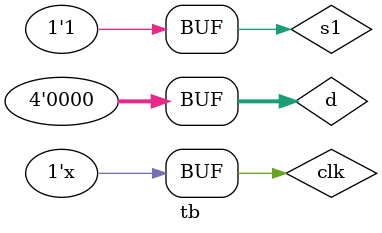
<source format=v>
module tb();

  parameter n=3;
  reg [n:0] d;
  reg s1,clk;

  wire [n:0] q;
  wire s0;


  shift_register UUT(.s1(s1),.d(d),.clk(clk),.q(q),.s0(s0));

  initial begin

  d=4'b0000;
  clk=0;
  end


always
begin:clok
#10 clk=~clk; s1=1;

end
endmodule
</source>
